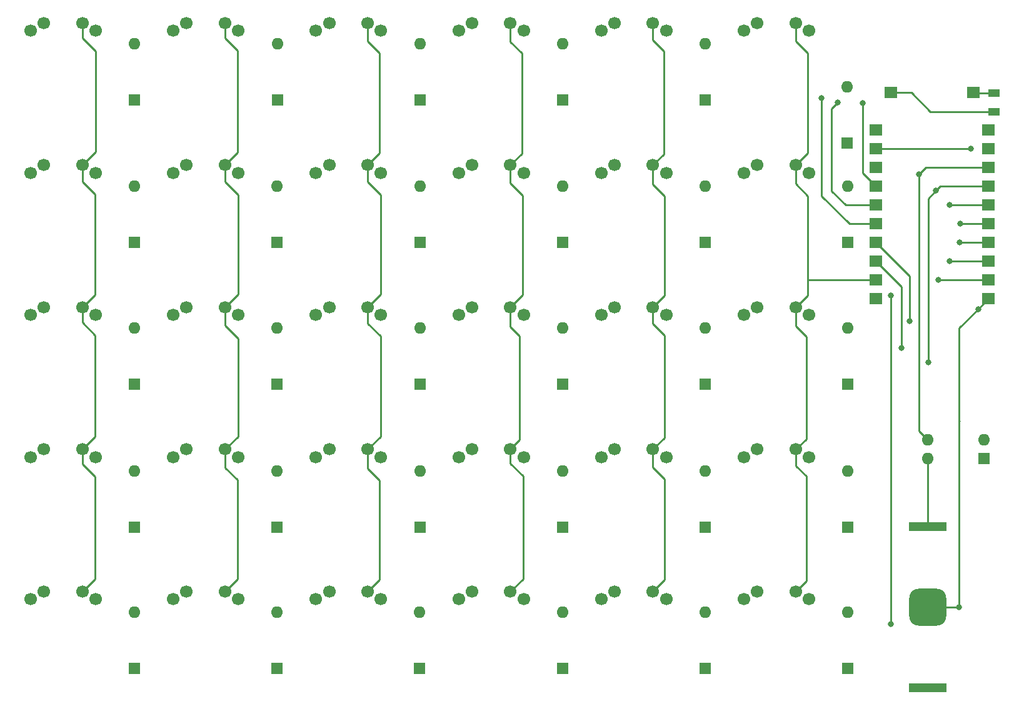
<source format=gbr>
%TF.GenerationSoftware,KiCad,Pcbnew,(6.0.8)*%
%TF.CreationDate,2023-02-14T18:00:54+07:00*%
%TF.ProjectId,dongle_256o,646f6e67-6c65-45f3-9235-366f2e6b6963,rev?*%
%TF.SameCoordinates,Original*%
%TF.FileFunction,Copper,L2,Bot*%
%TF.FilePolarity,Positive*%
%FSLAX46Y46*%
G04 Gerber Fmt 4.6, Leading zero omitted, Abs format (unit mm)*
G04 Created by KiCad (PCBNEW (6.0.8)) date 2023-02-14 18:00:54*
%MOMM*%
%LPD*%
G01*
G04 APERTURE LIST*
G04 Aperture macros list*
%AMRoundRect*
0 Rectangle with rounded corners*
0 $1 Rounding radius*
0 $2 $3 $4 $5 $6 $7 $8 $9 X,Y pos of 4 corners*
0 Add a 4 corners polygon primitive as box body*
4,1,4,$2,$3,$4,$5,$6,$7,$8,$9,$2,$3,0*
0 Add four circle primitives for the rounded corners*
1,1,$1+$1,$2,$3*
1,1,$1+$1,$4,$5*
1,1,$1+$1,$6,$7*
1,1,$1+$1,$8,$9*
0 Add four rect primitives between the rounded corners*
20,1,$1+$1,$2,$3,$4,$5,0*
20,1,$1+$1,$4,$5,$6,$7,0*
20,1,$1+$1,$6,$7,$8,$9,0*
20,1,$1+$1,$8,$9,$2,$3,0*%
G04 Aperture macros list end*
%TA.AperFunction,SMDPad,CuDef*%
%ADD10R,1.800000X1.524000*%
%TD*%
%TA.AperFunction,ComponentPad*%
%ADD11R,1.600000X1.600000*%
%TD*%
%TA.AperFunction,ComponentPad*%
%ADD12O,1.600000X1.600000*%
%TD*%
%TA.AperFunction,ComponentPad*%
%ADD13C,1.700000*%
%TD*%
%TA.AperFunction,SMDPad,CuDef*%
%ADD14R,1.524000X1.000000*%
%TD*%
%TA.AperFunction,SMDPad,CuDef*%
%ADD15R,5.100000X1.200000*%
%TD*%
%TA.AperFunction,SMDPad,CuDef*%
%ADD16RoundRect,1.250000X-1.250000X1.250000X-1.250000X-1.250000X1.250000X-1.250000X1.250000X1.250000X0*%
%TD*%
%TA.AperFunction,ViaPad*%
%ADD17C,0.800000*%
%TD*%
%TA.AperFunction,Conductor*%
%ADD18C,0.250000*%
%TD*%
G04 APERTURE END LIST*
D10*
%TO.P,U2,0.02,0.02*%
%TO.N,Net-(SW15-Pad1)*%
X148830000Y-72645000D03*
%TO.P,U2,0.09,0.09*%
%TO.N,Net-(D19-Pad1)*%
X164070000Y-77725000D03*
%TO.P,U2,0.10,0.10*%
%TO.N,Net-(D25-Pad1)*%
X164070000Y-80265000D03*
%TO.P,U2,0.13,0.13*%
%TO.N,Net-(U1-Pad0.13)*%
X164070000Y-59945000D03*
%TO.P,U2,0.15,0.15*%
%TO.N,Net-(U1-Pad0.15)*%
X164070000Y-62485000D03*
%TO.P,U2,0.17,0.17*%
%TO.N,Net-(SW31-Pad3)*%
X164070000Y-65025000D03*
%TO.P,U2,0.20,0.20*%
%TO.N,Net-(SW31-Pad2)*%
X164070000Y-67565000D03*
%TO.P,U2,0.22,0.22*%
%TO.N,Net-(D1-Pad1)*%
X164070000Y-70105000D03*
%TO.P,U2,0.24,0.24*%
%TO.N,Net-(D10-Pad1)*%
X164070000Y-72645000D03*
%TO.P,U2,0.29,0.29*%
%TO.N,Net-(SW14-Pad1)*%
X148830000Y-70105000D03*
%TO.P,U2,0.31,0.31*%
%TO.N,Net-(SW1-Pad1)*%
X148830000Y-67565000D03*
%TO.P,U2,1.00,1.00*%
%TO.N,Net-(D13-Pad1)*%
X164070000Y-75185000D03*
%TO.P,U2,1.10,1.10*%
%TO.N,Net-(SW12-Pad1)*%
X148830000Y-80265000D03*
%TO.P,U2,1.13,1.13*%
%TO.N,Net-(SW11-Pad1)*%
X148830000Y-77725000D03*
%TO.P,U2,1.15,1.15*%
%TO.N,Net-(SW10-Pad1)*%
X148830000Y-75185000D03*
%TO.P,U2,G1,GND*%
%TO.N,Net-(BT1-Pad2)*%
X164070000Y-82805000D03*
%TO.P,U2,G2,GND*%
X148830000Y-82805000D03*
%TO.P,U2,G3,GND*%
X148830000Y-65025000D03*
%TO.P,U2,OUT,OUT*%
%TO.N,Net-(SW31-Pad1)*%
X148830000Y-62485000D03*
%TO.P,U2,SWDCLK,SWDCLK*%
%TO.N,Net-(J1-Pad1)*%
X150890000Y-54865000D03*
%TO.P,U2,SWDIO,SWDIO*%
%TO.N,Net-(J1-Pad2)*%
X162010000Y-54865000D03*
%TO.P,U2,VBUS,VBUS*%
%TO.N,Net-(U1-PadVBUS)*%
X148830000Y-59945000D03*
%TD*%
D11*
%TO.P,D17,1,K*%
%TO.N,Net-(D13-Pad1)*%
X125718000Y-94372500D03*
D12*
%TO.P,D17,2,A*%
%TO.N,Net-(D17-Pad2)*%
X125718000Y-86752500D03*
%TD*%
D13*
%TO.P,SW28,1,COL*%
%TO.N,Net-(SW10-Pad1)*%
X94130000Y-122470250D03*
X99330000Y-122470250D03*
%TO.P,SW28,2,ROW*%
%TO.N,Net-(D28-Pad2)*%
X101130000Y-123520250D03*
X92330000Y-123520250D03*
%TD*%
D11*
%TO.P,D30,1,K*%
%TO.N,Net-(D25-Pad1)*%
X145000000Y-132867500D03*
D12*
%TO.P,D30,2,A*%
%TO.N,Net-(D30-Pad2)*%
X145000000Y-125247500D03*
%TD*%
D11*
%TO.P,D12,1,K*%
%TO.N,Net-(D10-Pad1)*%
X145038000Y-75125000D03*
D12*
%TO.P,D12,2,A*%
%TO.N,Net-(D12-Pad2)*%
X145038000Y-67505000D03*
%TD*%
D11*
%TO.P,D21,1,K*%
%TO.N,Net-(D19-Pad1)*%
X87078000Y-113750000D03*
D12*
%TO.P,D21,2,A*%
%TO.N,Net-(D21-Pad2)*%
X87078000Y-106130000D03*
%TD*%
D11*
%TO.P,D22,1,K*%
%TO.N,Net-(D19-Pad1)*%
X106398000Y-113750000D03*
D12*
%TO.P,D22,2,A*%
%TO.N,Net-(D22-Pad2)*%
X106398000Y-106130000D03*
%TD*%
D13*
%TO.P,SW8,1,COL*%
%TO.N,Net-(SW14-Pad1)*%
X55490000Y-64673000D03*
X60690000Y-64673000D03*
%TO.P,SW8,2,ROW*%
%TO.N,Net-(D8-Pad2)*%
X53690000Y-65723000D03*
X62490000Y-65723000D03*
%TD*%
%TO.P,SW24,1,COL*%
%TO.N,Net-(SW12-Pad1)*%
X137970000Y-103204500D03*
X132770000Y-103204500D03*
%TO.P,SW24,2,ROW*%
%TO.N,Net-(D24-Pad2)*%
X130970000Y-104254500D03*
X139770000Y-104254500D03*
%TD*%
D11*
%TO.P,D5,1,K*%
%TO.N,Net-(D1-Pad1)*%
X125722000Y-55877500D03*
D12*
%TO.P,D5,2,A*%
%TO.N,Net-(D5-Pad2)*%
X125722000Y-48257500D03*
%TD*%
D13*
%TO.P,SW27,1,COL*%
%TO.N,Net-(SW15-Pad1)*%
X74810000Y-122470250D03*
X80010000Y-122470250D03*
%TO.P,SW27,2,ROW*%
%TO.N,Net-(D27-Pad2)*%
X73010000Y-123520250D03*
X81810000Y-123520250D03*
%TD*%
D11*
%TO.P,D27,1,K*%
%TO.N,Net-(D25-Pad1)*%
X87054000Y-132867500D03*
D12*
%TO.P,D27,2,A*%
%TO.N,Net-(D27-Pad2)*%
X87054000Y-125247500D03*
%TD*%
D13*
%TO.P,SW29,1,COL*%
%TO.N,Net-(SW11-Pad1)*%
X113450000Y-122470250D03*
X118650000Y-122470250D03*
%TO.P,SW29,2,ROW*%
%TO.N,Net-(D29-Pad2)*%
X120450000Y-123520250D03*
X111650000Y-123520250D03*
%TD*%
D11*
%TO.P,D20,1,K*%
%TO.N,Net-(D19-Pad1)*%
X67758000Y-113750000D03*
D12*
%TO.P,D20,2,A*%
%TO.N,Net-(D20-Pad2)*%
X67758000Y-106130000D03*
%TD*%
D13*
%TO.P,SW10,1,COL*%
%TO.N,Net-(SW10-Pad1)*%
X99330000Y-64673000D03*
X94130000Y-64673000D03*
%TO.P,SW10,2,ROW*%
%TO.N,Net-(D10-Pad2)*%
X101130000Y-65723000D03*
X92330000Y-65723000D03*
%TD*%
D11*
%TO.P,D4,1,K*%
%TO.N,Net-(D1-Pad1)*%
X106406000Y-55877500D03*
D12*
%TO.P,D4,2,A*%
%TO.N,Net-(D4-Pad2)*%
X106406000Y-48257500D03*
%TD*%
D13*
%TO.P,SW3,1,COL*%
%TO.N,Net-(SW15-Pad1)*%
X74810000Y-45407250D03*
X80010000Y-45407250D03*
%TO.P,SW3,2,ROW*%
%TO.N,Net-(D3-Pad2)*%
X73010000Y-46457250D03*
X81810000Y-46457250D03*
%TD*%
D11*
%TO.P,D29,1,K*%
%TO.N,Net-(D25-Pad1)*%
X125710000Y-132867500D03*
D12*
%TO.P,D29,2,A*%
%TO.N,Net-(D29-Pad2)*%
X125710000Y-125247500D03*
%TD*%
D11*
%TO.P,D16,1,K*%
%TO.N,Net-(D13-Pad1)*%
X106398000Y-94372500D03*
D12*
%TO.P,D16,2,A*%
%TO.N,Net-(D16-Pad2)*%
X106398000Y-86752500D03*
%TD*%
D13*
%TO.P,SW11,1,COL*%
%TO.N,Net-(SW11-Pad1)*%
X113450000Y-64673000D03*
X118650000Y-64673000D03*
%TO.P,SW11,2,ROW*%
%TO.N,Net-(D11-Pad2)*%
X120450000Y-65723000D03*
X111650000Y-65723000D03*
%TD*%
D11*
%TO.P,D18,1,K*%
%TO.N,Net-(D13-Pad1)*%
X145038000Y-94372500D03*
D12*
%TO.P,D18,2,A*%
%TO.N,Net-(D18-Pad2)*%
X145038000Y-86752500D03*
%TD*%
D11*
%TO.P,D26,1,K*%
%TO.N,Net-(D25-Pad1)*%
X67726000Y-132867500D03*
D12*
%TO.P,D26,2,A*%
%TO.N,Net-(D26-Pad2)*%
X67726000Y-125247500D03*
%TD*%
D13*
%TO.P,SW4,1,COL*%
%TO.N,Net-(SW10-Pad1)*%
X99330000Y-45407250D03*
X94130000Y-45407250D03*
%TO.P,SW4,2,ROW*%
%TO.N,Net-(D4-Pad2)*%
X101130000Y-46457250D03*
X92330000Y-46457250D03*
%TD*%
D11*
%TO.P,D3,1,K*%
%TO.N,Net-(D1-Pad1)*%
X87090000Y-55877500D03*
D12*
%TO.P,D3,2,A*%
%TO.N,Net-(D3-Pad2)*%
X87090000Y-48257500D03*
%TD*%
D13*
%TO.P,SW17,1,COL*%
%TO.N,Net-(SW11-Pad1)*%
X118650000Y-83938750D03*
X113450000Y-83938750D03*
%TO.P,SW17,2,ROW*%
%TO.N,Net-(D17-Pad2)*%
X111650000Y-84988750D03*
X120450000Y-84988750D03*
%TD*%
%TO.P,SW19,1,COL*%
%TO.N,Net-(SW1-Pad1)*%
X41370000Y-103204500D03*
X36170000Y-103204500D03*
%TO.P,SW19,2,ROW*%
%TO.N,Net-(D19-Pad2)*%
X34370000Y-104254500D03*
X43170000Y-104254500D03*
%TD*%
%TO.P,SW26,1,COL*%
%TO.N,Net-(SW14-Pad1)*%
X60690000Y-122470250D03*
X55490000Y-122470250D03*
%TO.P,SW26,2,ROW*%
%TO.N,Net-(D26-Pad2)*%
X53690000Y-123520250D03*
X62490000Y-123520250D03*
%TD*%
%TO.P,SW1,1,COL*%
%TO.N,Net-(SW1-Pad1)*%
X36170000Y-45407250D03*
X41370000Y-45407250D03*
%TO.P,SW1,2,ROW*%
%TO.N,Net-(D1-Pad2)*%
X43170000Y-46457250D03*
X34370000Y-46457250D03*
%TD*%
D11*
%TO.P,D7,1,K*%
%TO.N,Net-(D10-Pad1)*%
X48438000Y-75125000D03*
D12*
%TO.P,D7,2,A*%
%TO.N,Net-(D7-Pad2)*%
X48438000Y-67505000D03*
%TD*%
D11*
%TO.P,D11,1,K*%
%TO.N,Net-(D10-Pad1)*%
X125718000Y-75125000D03*
D12*
%TO.P,D11,2,A*%
%TO.N,Net-(D11-Pad2)*%
X125718000Y-67505000D03*
%TD*%
D13*
%TO.P,SW2,1,COL*%
%TO.N,Net-(SW14-Pad1)*%
X60690000Y-45407250D03*
X55490000Y-45407250D03*
%TO.P,SW2,2,ROW*%
%TO.N,Net-(D2-Pad2)*%
X53690000Y-46457250D03*
X62490000Y-46457250D03*
%TD*%
D11*
%TO.P,D14,1,K*%
%TO.N,Net-(D13-Pad1)*%
X67758000Y-94372500D03*
D12*
%TO.P,D14,2,A*%
%TO.N,Net-(D14-Pad2)*%
X67758000Y-86752500D03*
%TD*%
D13*
%TO.P,SW12,1,COL*%
%TO.N,Net-(SW12-Pad1)*%
X132770000Y-64673000D03*
X137970000Y-64673000D03*
%TO.P,SW12,2,ROW*%
%TO.N,Net-(D12-Pad2)*%
X130970000Y-65723000D03*
X139770000Y-65723000D03*
%TD*%
%TO.P,SW23,1,COL*%
%TO.N,Net-(SW11-Pad1)*%
X113450000Y-103204500D03*
X118650000Y-103204500D03*
%TO.P,SW23,2,ROW*%
%TO.N,Net-(D23-Pad2)*%
X111650000Y-104254500D03*
X120450000Y-104254500D03*
%TD*%
%TO.P,SW5,1,COL*%
%TO.N,Net-(SW11-Pad1)*%
X113450000Y-45407250D03*
X118650000Y-45407250D03*
%TO.P,SW5,2,ROW*%
%TO.N,Net-(D5-Pad2)*%
X120450000Y-46457250D03*
X111650000Y-46457250D03*
%TD*%
%TO.P,SW6,1,COL*%
%TO.N,Net-(SW12-Pad1)*%
X132770000Y-45407250D03*
X137970000Y-45407250D03*
%TO.P,SW6,2,ROW*%
%TO.N,Net-(D6-Pad2)*%
X130970000Y-46457250D03*
X139770000Y-46457250D03*
%TD*%
D11*
%TO.P,D25,1,K*%
%TO.N,Net-(D25-Pad1)*%
X48398000Y-132867500D03*
D12*
%TO.P,D25,2,A*%
%TO.N,Net-(D25-Pad2)*%
X48398000Y-125247500D03*
%TD*%
D13*
%TO.P,SW14,1,COL*%
%TO.N,Net-(SW14-Pad1)*%
X60690000Y-83938750D03*
X55490000Y-83938750D03*
%TO.P,SW14,2,ROW*%
%TO.N,Net-(D14-Pad2)*%
X62490000Y-84988750D03*
X53690000Y-84988750D03*
%TD*%
%TO.P,SW20,1,COL*%
%TO.N,Net-(SW14-Pad1)*%
X60690000Y-103204500D03*
X55490000Y-103204500D03*
%TO.P,SW20,2,ROW*%
%TO.N,Net-(D20-Pad2)*%
X62490000Y-104254500D03*
X53690000Y-104254500D03*
%TD*%
D11*
%TO.P,D9,1,K*%
%TO.N,Net-(D10-Pad1)*%
X87078000Y-75125000D03*
D12*
%TO.P,D9,2,A*%
%TO.N,Net-(D9-Pad2)*%
X87078000Y-67505000D03*
%TD*%
D11*
%TO.P,D19,1,K*%
%TO.N,Net-(D19-Pad1)*%
X48438000Y-113750000D03*
D12*
%TO.P,D19,2,A*%
%TO.N,Net-(D19-Pad2)*%
X48438000Y-106130000D03*
%TD*%
D11*
%TO.P,D15,1,K*%
%TO.N,Net-(D13-Pad1)*%
X87078000Y-94372500D03*
D12*
%TO.P,D15,2,A*%
%TO.N,Net-(D15-Pad2)*%
X87078000Y-86752500D03*
%TD*%
D11*
%TO.P,D2,1,K*%
%TO.N,Net-(D1-Pad1)*%
X67774000Y-55877500D03*
D12*
%TO.P,D2,2,A*%
%TO.N,Net-(D2-Pad2)*%
X67774000Y-48257500D03*
%TD*%
D11*
%TO.P,D13,1,K*%
%TO.N,Net-(D13-Pad1)*%
X48438000Y-94372500D03*
D12*
%TO.P,D13,2,A*%
%TO.N,Net-(D13-Pad2)*%
X48438000Y-86752500D03*
%TD*%
D13*
%TO.P,SW15,1,COL*%
%TO.N,Net-(SW15-Pad1)*%
X74810000Y-83938750D03*
X80010000Y-83938750D03*
%TO.P,SW15,2,ROW*%
%TO.N,Net-(D15-Pad2)*%
X73010000Y-84988750D03*
X81810000Y-84988750D03*
%TD*%
%TO.P,SW30,1,COL*%
%TO.N,Net-(SW12-Pad1)*%
X132770000Y-122470250D03*
X137970000Y-122470250D03*
%TO.P,SW30,2,ROW*%
%TO.N,Net-(D30-Pad2)*%
X130970000Y-123520250D03*
X139770000Y-123520250D03*
%TD*%
%TO.P,SW18,1,COL*%
%TO.N,Net-(SW12-Pad1)*%
X132770000Y-83938750D03*
X137970000Y-83938750D03*
%TO.P,SW18,2,ROW*%
%TO.N,Net-(D18-Pad2)*%
X139770000Y-84988750D03*
X130970000Y-84988750D03*
%TD*%
D11*
%TO.P,SW31,1*%
%TO.N,Net-(SW31-Pad1)*%
X163500000Y-104475000D03*
D12*
%TO.P,SW31,2*%
%TO.N,Net-(SW31-Pad2)*%
X163500000Y-101935000D03*
%TO.P,SW31,3*%
%TO.N,Net-(SW31-Pad3)*%
X155880000Y-101935000D03*
%TO.P,SW31,4*%
%TO.N,Net-(BT1-Pad1)*%
X155880000Y-104475000D03*
%TD*%
D11*
%TO.P,D6,1,K*%
%TO.N,Net-(D1-Pad1)*%
X144900000Y-61710000D03*
D12*
%TO.P,D6,2,A*%
%TO.N,Net-(D6-Pad2)*%
X144900000Y-54090000D03*
%TD*%
D13*
%TO.P,SW9,1,COL*%
%TO.N,Net-(SW15-Pad1)*%
X80010000Y-64673000D03*
X74810000Y-64673000D03*
%TO.P,SW9,2,ROW*%
%TO.N,Net-(D9-Pad2)*%
X81810000Y-65723000D03*
X73010000Y-65723000D03*
%TD*%
%TO.P,SW21,1,COL*%
%TO.N,Net-(SW15-Pad1)*%
X80010000Y-103204500D03*
X74810000Y-103204500D03*
%TO.P,SW21,2,ROW*%
%TO.N,Net-(D21-Pad2)*%
X73010000Y-104254500D03*
X81810000Y-104254500D03*
%TD*%
%TO.P,SW16,1,COL*%
%TO.N,Net-(SW10-Pad1)*%
X94130000Y-83938750D03*
X99330000Y-83938750D03*
%TO.P,SW16,2,ROW*%
%TO.N,Net-(D16-Pad2)*%
X101130000Y-84988750D03*
X92330000Y-84988750D03*
%TD*%
D11*
%TO.P,D28,1,K*%
%TO.N,Net-(D25-Pad1)*%
X106382000Y-132867500D03*
D12*
%TO.P,D28,2,A*%
%TO.N,Net-(D28-Pad2)*%
X106382000Y-125247500D03*
%TD*%
D13*
%TO.P,SW13,1,COL*%
%TO.N,Net-(SW1-Pad1)*%
X41370000Y-83938750D03*
X36170000Y-83938750D03*
%TO.P,SW13,2,ROW*%
%TO.N,Net-(D13-Pad2)*%
X43170000Y-84988750D03*
X34370000Y-84988750D03*
%TD*%
D11*
%TO.P,D8,1,K*%
%TO.N,Net-(D10-Pad1)*%
X67758000Y-75125000D03*
D12*
%TO.P,D8,2,A*%
%TO.N,Net-(D8-Pad2)*%
X67758000Y-67505000D03*
%TD*%
D13*
%TO.P,SW7,1,COL*%
%TO.N,Net-(SW1-Pad1)*%
X41370000Y-64673000D03*
X36170000Y-64673000D03*
%TO.P,SW7,2,ROW*%
%TO.N,Net-(D7-Pad2)*%
X34370000Y-65723000D03*
X43170000Y-65723000D03*
%TD*%
D11*
%TO.P,D23,1,K*%
%TO.N,Net-(D19-Pad1)*%
X125718000Y-113750000D03*
D12*
%TO.P,D23,2,A*%
%TO.N,Net-(D23-Pad2)*%
X125718000Y-106130000D03*
%TD*%
D11*
%TO.P,D24,1,K*%
%TO.N,Net-(D19-Pad1)*%
X145000000Y-113750000D03*
D12*
%TO.P,D24,2,A*%
%TO.N,Net-(D24-Pad2)*%
X145000000Y-106130000D03*
%TD*%
D13*
%TO.P,SW22,1,COL*%
%TO.N,Net-(SW10-Pad1)*%
X99330000Y-103204500D03*
X94130000Y-103204500D03*
%TO.P,SW22,2,ROW*%
%TO.N,Net-(D22-Pad2)*%
X92330000Y-104254500D03*
X101130000Y-104254500D03*
%TD*%
%TO.P,SW25,1,COL*%
%TO.N,Net-(SW1-Pad1)*%
X41370000Y-122470250D03*
X36170000Y-122470250D03*
%TO.P,SW25,2,ROW*%
%TO.N,Net-(D25-Pad2)*%
X43170000Y-123520250D03*
X34370000Y-123520250D03*
%TD*%
D11*
%TO.P,D1,1,K*%
%TO.N,Net-(D1-Pad1)*%
X48458000Y-55877500D03*
D12*
%TO.P,D1,2,A*%
%TO.N,Net-(D1-Pad2)*%
X48458000Y-48257500D03*
%TD*%
D11*
%TO.P,D10,1,K*%
%TO.N,Net-(D10-Pad1)*%
X106398000Y-75125000D03*
D12*
%TO.P,D10,2,A*%
%TO.N,Net-(D10-Pad2)*%
X106398000Y-67505000D03*
%TD*%
D14*
%TO.P,J1,1,Pin_1*%
%TO.N,Net-(J1-Pad1)*%
X164850000Y-57425000D03*
%TO.P,J1,2,Pin_2*%
%TO.N,Net-(J1-Pad2)*%
X164850000Y-54885000D03*
%TD*%
D15*
%TO.P,BT2,1,+*%
%TO.N,Net-(BT1-Pad1)*%
X155900000Y-113700000D03*
X155900000Y-135500000D03*
D16*
%TO.P,BT2,2,-*%
%TO.N,Net-(BT1-Pad2)*%
X155900000Y-124600000D03*
%TD*%
D17*
%TO.N,Net-(D1-Pad1)*%
X158795000Y-70105000D03*
%TO.N,Net-(D10-Pad1)*%
X160250000Y-72645000D03*
%TO.N,Net-(D13-Pad1)*%
X160200000Y-75185000D03*
%TO.N,Net-(D19-Pad1)*%
X158850000Y-77725000D03*
%TO.N,Net-(D25-Pad1)*%
X150865000Y-126915000D03*
X150865000Y-82300000D03*
X157335000Y-80265000D03*
%TO.N,Net-(SW1-Pad1)*%
X147050000Y-56300000D03*
%TO.N,Net-(SW14-Pad1)*%
X143700000Y-56200000D03*
%TO.N,Net-(SW15-Pad1)*%
X141500000Y-55600000D03*
%TO.N,Net-(SW10-Pad1)*%
X153400000Y-85800000D03*
%TO.N,Net-(SW11-Pad1)*%
X152300000Y-89450000D03*
%TO.N,Net-(BT1-Pad2)*%
X160100000Y-124600000D03*
X162712500Y-84162500D03*
%TO.N,Net-(SW31-Pad1)*%
X161700000Y-62485000D03*
%TO.N,Net-(SW31-Pad2)*%
X157000000Y-68150000D03*
X155950000Y-91400000D03*
%TO.N,Net-(SW31-Pad3)*%
X154650000Y-65950000D03*
%TD*%
D18*
%TO.N,Net-(D1-Pad1)*%
X158795000Y-70105000D02*
X164070000Y-70105000D01*
%TO.N,Net-(D10-Pad1)*%
X164070000Y-72645000D02*
X160250000Y-72645000D01*
%TO.N,Net-(D13-Pad1)*%
X160200000Y-75185000D02*
X164070000Y-75185000D01*
%TO.N,Net-(D19-Pad1)*%
X164070000Y-77725000D02*
X158850000Y-77725000D01*
%TO.N,Net-(D25-Pad1)*%
X164070000Y-80265000D02*
X157335000Y-80265000D01*
X150865000Y-82300000D02*
X150865000Y-126915000D01*
%TO.N,Net-(SW1-Pad1)*%
X41370000Y-66920000D02*
X43050000Y-68600000D01*
X41370000Y-47420000D02*
X43200000Y-49250000D01*
X43100000Y-87750000D02*
X43100000Y-101474500D01*
X41370000Y-45407250D02*
X41370000Y-47420000D01*
X147050000Y-65785000D02*
X148830000Y-67565000D01*
X43200000Y-62843000D02*
X41370000Y-64673000D01*
X41370000Y-86020000D02*
X43100000Y-87750000D01*
X41370000Y-105170000D02*
X43100000Y-106900000D01*
X43050000Y-82258750D02*
X41370000Y-83938750D01*
X41370000Y-83938750D02*
X41370000Y-86020000D01*
X147050000Y-56300000D02*
X147050000Y-65785000D01*
X41370000Y-64673000D02*
X41370000Y-66920000D01*
X43100000Y-120740250D02*
X41370000Y-122470250D01*
X43100000Y-106900000D02*
X43100000Y-120740250D01*
X43200000Y-49250000D02*
X43200000Y-62843000D01*
X41370000Y-103204500D02*
X41370000Y-105170000D01*
X43100000Y-101474500D02*
X41370000Y-103204500D01*
X43050000Y-68600000D02*
X43050000Y-82258750D01*
%TO.N,Net-(SW14-Pad1)*%
X60690000Y-45407250D02*
X60690000Y-47440000D01*
X60690000Y-66890000D02*
X62500000Y-68700000D01*
X62500000Y-82128750D02*
X60690000Y-83938750D01*
X62450000Y-88200000D02*
X62450000Y-101444500D01*
X62450000Y-101444500D02*
X60690000Y-103204500D01*
X60690000Y-86440000D02*
X62450000Y-88200000D01*
X62350000Y-120810250D02*
X60690000Y-122470250D01*
X60690000Y-103204500D02*
X60690000Y-105690000D01*
X142850000Y-68200000D02*
X144755000Y-70105000D01*
X62500000Y-68700000D02*
X62500000Y-82128750D01*
X60690000Y-47440000D02*
X62400000Y-49150000D01*
X62400000Y-62963000D02*
X60690000Y-64673000D01*
X62400000Y-49150000D02*
X62400000Y-62963000D01*
X60690000Y-105690000D02*
X62350000Y-107350000D01*
X143700000Y-56200000D02*
X142850000Y-57050000D01*
X144755000Y-70105000D02*
X148830000Y-70105000D01*
X142850000Y-57050000D02*
X142850000Y-68200000D01*
X60690000Y-64673000D02*
X60690000Y-66890000D01*
X62350000Y-107350000D02*
X62350000Y-120810250D01*
X60690000Y-83938750D02*
X60690000Y-86440000D01*
%TO.N,Net-(SW15-Pad1)*%
X81650000Y-63033000D02*
X80010000Y-64673000D01*
X81750000Y-87850000D02*
X81750000Y-101464500D01*
X80010000Y-103204500D02*
X80010000Y-105760000D01*
X141500000Y-68850000D02*
X145295000Y-72645000D01*
X80010000Y-64673000D02*
X80010000Y-66960000D01*
X80010000Y-105760000D02*
X81650000Y-107400000D01*
X80010000Y-45407250D02*
X80010000Y-47860000D01*
X141500000Y-55600000D02*
X141500000Y-68850000D01*
X81800000Y-68750000D02*
X81800000Y-82148750D01*
X81650000Y-49500000D02*
X81650000Y-63033000D01*
X80010000Y-83938750D02*
X80010000Y-86110000D01*
X81650000Y-107400000D02*
X81650000Y-120830250D01*
X81800000Y-82148750D02*
X80010000Y-83938750D01*
X145295000Y-72645000D02*
X148830000Y-72645000D01*
X80010000Y-66960000D02*
X81800000Y-68750000D01*
X80010000Y-47860000D02*
X81650000Y-49500000D01*
X80010000Y-86110000D02*
X81750000Y-87850000D01*
X81650000Y-120830250D02*
X80010000Y-122470250D01*
X81750000Y-101464500D02*
X80010000Y-103204500D01*
%TO.N,Net-(SW10-Pad1)*%
X101050000Y-120750250D02*
X99330000Y-122470250D01*
X99330000Y-103204500D02*
X99330000Y-105130000D01*
X101000000Y-68800000D02*
X101000000Y-82268750D01*
X99330000Y-45407250D02*
X99330000Y-47930000D01*
X100600000Y-87850000D02*
X100600000Y-101934500D01*
X153400000Y-85800000D02*
X153400000Y-79755000D01*
X99330000Y-83938750D02*
X99330000Y-86580000D01*
X101050000Y-106850000D02*
X101050000Y-120750250D01*
X99330000Y-47930000D02*
X100900000Y-49500000D01*
X100600000Y-101934500D02*
X99330000Y-103204500D01*
X99330000Y-67130000D02*
X101000000Y-68800000D01*
X99330000Y-64673000D02*
X99330000Y-67130000D01*
X100900000Y-63103000D02*
X99330000Y-64673000D01*
X101000000Y-82268750D02*
X99330000Y-83938750D01*
X99330000Y-105130000D02*
X101050000Y-106850000D01*
X100900000Y-49500000D02*
X100900000Y-63103000D01*
X153400000Y-79755000D02*
X148830000Y-75185000D01*
X99330000Y-86580000D02*
X100600000Y-87850000D01*
%TO.N,Net-(SW11-Pad1)*%
X120150000Y-63173000D02*
X118650000Y-64673000D01*
X118650000Y-67300000D02*
X120250000Y-68900000D01*
X152300000Y-81195000D02*
X148830000Y-77725000D01*
X118650000Y-64673000D02*
X118650000Y-67300000D01*
X118650000Y-105600000D02*
X120250000Y-107200000D01*
X120250000Y-87750000D02*
X120250000Y-101604500D01*
X120250000Y-120870250D02*
X118650000Y-122470250D01*
X120250000Y-82338750D02*
X118650000Y-83938750D01*
X120250000Y-68900000D02*
X120250000Y-82338750D01*
X152300000Y-89450000D02*
X152300000Y-81195000D01*
X118650000Y-103204500D02*
X118650000Y-105600000D01*
X118650000Y-47700000D02*
X120150000Y-49200000D01*
X120250000Y-101604500D02*
X118650000Y-103204500D01*
X120150000Y-49200000D02*
X120150000Y-63173000D01*
X120250000Y-107200000D02*
X120250000Y-120870250D01*
X118650000Y-86150000D02*
X120250000Y-87750000D01*
X118650000Y-45407250D02*
X118650000Y-47700000D01*
X118650000Y-83938750D02*
X118650000Y-86150000D01*
%TO.N,Net-(SW12-Pad1)*%
X137970000Y-45407250D02*
X137970000Y-47870000D01*
X139400000Y-87950000D02*
X139400000Y-101774500D01*
X139600000Y-68850000D02*
X139600000Y-80300000D01*
X139635000Y-80265000D02*
X139600000Y-80300000D01*
X148830000Y-80265000D02*
X139635000Y-80265000D01*
X139600000Y-82308750D02*
X137970000Y-83938750D01*
X139400000Y-106850000D02*
X139400000Y-121040250D01*
X137970000Y-64673000D02*
X137970000Y-67220000D01*
X137970000Y-105420000D02*
X139400000Y-106850000D01*
X139600000Y-49500000D02*
X139600000Y-63043000D01*
X137970000Y-83938750D02*
X137970000Y-86520000D01*
X139400000Y-101774500D02*
X137970000Y-103204500D01*
X137970000Y-103204500D02*
X137970000Y-105420000D01*
X139600000Y-63043000D02*
X137970000Y-64673000D01*
X137970000Y-86520000D02*
X139400000Y-87950000D01*
X137970000Y-47870000D02*
X139600000Y-49500000D01*
X139400000Y-121040250D02*
X137970000Y-122470250D01*
X139600000Y-80300000D02*
X139600000Y-82308750D01*
X137970000Y-67220000D02*
X139600000Y-68850000D01*
%TO.N,Net-(BT1-Pad2)*%
X160100000Y-86775000D02*
X160100000Y-99350000D01*
X160145000Y-99395000D02*
X160100000Y-99350000D01*
X162712500Y-84162500D02*
X164070000Y-82805000D01*
X160100000Y-99350000D02*
X160100000Y-124600000D01*
X160100000Y-124600000D02*
X155900000Y-124600000D01*
X162712500Y-84162500D02*
X160100000Y-86775000D01*
%TO.N,Net-(SW31-Pad1)*%
X148830000Y-62485000D02*
X161700000Y-62485000D01*
%TO.N,Net-(SW31-Pad2)*%
X157585000Y-67565000D02*
X164070000Y-67565000D01*
X155950000Y-69200000D02*
X155950000Y-91400000D01*
X157000000Y-68150000D02*
X157585000Y-67565000D01*
X157000000Y-68150000D02*
X155950000Y-69200000D01*
%TO.N,Net-(BT1-Pad1)*%
X155900000Y-104495000D02*
X155880000Y-104475000D01*
X155850000Y-113700000D02*
X155900000Y-113650000D01*
X155900000Y-113650000D02*
X155900000Y-104495000D01*
%TO.N,Net-(J1-Pad1)*%
X150890000Y-54865000D02*
X153665000Y-54865000D01*
X156225000Y-57425000D02*
X164850000Y-57425000D01*
X153665000Y-54865000D02*
X156225000Y-57425000D01*
%TO.N,Net-(J1-Pad2)*%
X161990000Y-54885000D02*
X162010000Y-54865000D01*
X164850000Y-54885000D02*
X162030000Y-54885000D01*
X162030000Y-54885000D02*
X162010000Y-54865000D01*
%TO.N,Net-(SW31-Pad3)*%
X154650000Y-100705000D02*
X155880000Y-101935000D01*
X155575000Y-65025000D02*
X164070000Y-65025000D01*
X154650000Y-65950000D02*
X154650000Y-100705000D01*
X154650000Y-65950000D02*
X155575000Y-65025000D01*
%TD*%
M02*

</source>
